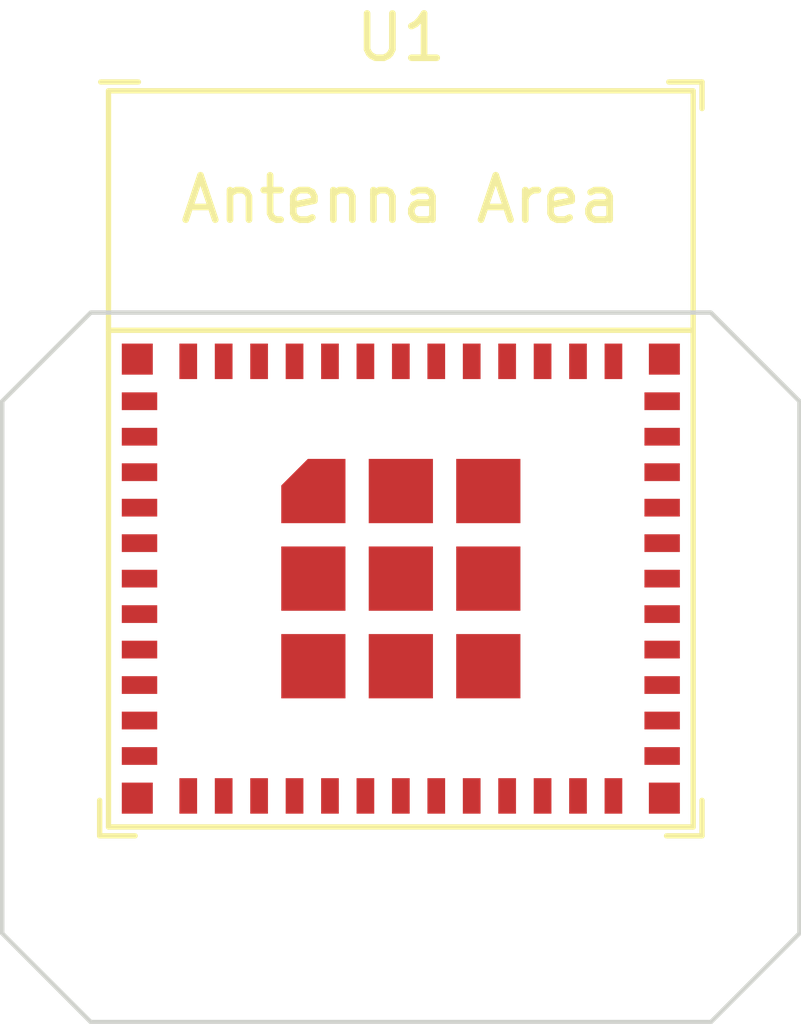
<source format=kicad_pcb>
(kicad_pcb (version 20211014) (generator pcbnew)
  (title_block (title "NB3_bug Layout") (date "2022-10-27") (rev "0.0") (company "Voight-Kampff") (comment 1 "Reflex bug with wireless control"))
  (layers (0 "F.Cu" signal) (31 "B.Cu" signal) (34 "B.Paste" user) (35 "F.Paste" user) (36 "B.SilkS" user "B.Silkscreen") (37 "F.SilkS" user "F.Silkscreen") (38 "B.Mask" user) (39 "F.Mask" user) (44 "Edge.Cuts" user))
  (net 0 "")
  (footprint "NB3_bug:ESP32-C3-MINI-1" (layer "F.Cu") (at 140 100)
    (fp_text reference "U1" (at 0 -12.2) (layer "F.SilkS"))
    (fp_text value "ESP32-C3-MINI-1")
    (fp_text user "Antenna Area" (at 0 -8.55) (layer "F.SilkS"))
    (fp_line (start 6.6 -11) (end 6.6 5.6) (layer "F.SilkS") (width 0.12))
    (fp_line (start 6.8 -11.2) (end 6.8 -10.6) (layer "F.SilkS") (width 0.12))
    (fp_line (start -6.8 5.8) (end -6 5.8) (layer "F.SilkS") (width 0.12))
    (fp_line (start -6.6 -5.6) (end 6.6 -5.6) (layer "F.SilkS") (width 0.12))
    (fp_line (start -6.6 -11) (end 6.6 -11) (layer "F.SilkS") (width 0.12))
    (fp_line (start 6.6 5.6) (end -6.6 5.6) (layer "F.SilkS") (width 0.12))
    (fp_line (start -6.8 5) (end -6.8 5.8) (layer "F.SilkS") (width 0.12))
    (fp_line (start -6.6 5.6) (end -6.6 -11) (layer "F.SilkS") (width 0.12))
    (fp_line (start 6.05 -11.2) (end 6.8 -11.2) (layer "F.SilkS") (width 0.12))
    (fp_line (start -5.925 -11.2) (end -6.775 -11.2) (layer "F.SilkS") (width 0.12))
    (fp_line (start 6.8 5) (end 6.8 5.8) (layer "F.SilkS") (width 0.12))
    (fp_line (start 6.8 5.8) (end 6 5.8) (layer "F.SilkS") (width 0.12))
    (pad "1" smd rect (at -5.9 -4 90) (size 0.4 0.8) (layers "F.Cu" "F.Paste" "F.Mask"))
    (pad "2" smd rect (at -5.9 -3.2 90) (size 0.4 0.8) (layers "F.Cu" "F.Paste" "F.Mask"))
    (pad "3" smd rect (at -5.9 -2.4 90) (size 0.4 0.8) (layers "F.Cu" "F.Paste" "F.Mask"))
    (pad "4" smd rect (at -5.9 -1.6 90) (size 0.4 0.8) (layers "F.Cu" "F.Paste" "F.Mask"))
    (pad "5" smd rect (at -5.9 -0.8 90) (size 0.4 0.8) (layers "F.Cu" "F.Paste" "F.Mask"))
    (pad "6" smd rect (at -5.9 0 90) (size 0.4 0.8) (layers "F.Cu" "F.Paste" "F.Mask"))
    (pad "7" smd rect (at -5.9 0.8 90) (size 0.4 0.8) (layers "F.Cu" "F.Paste" "F.Mask"))
    (pad "8" smd rect (at -5.9 1.6 90) (size 0.4 0.8) (layers "F.Cu" "F.Paste" "F.Mask"))
    (pad "9" smd rect (at -5.9 2.4 90) (size 0.4 0.8) (layers "F.Cu" "F.Paste" "F.Mask"))
    (pad "10" smd rect (at -5.9 3.2 90) (size 0.4 0.8) (layers "F.Cu" "F.Paste" "F.Mask"))
    (pad "11" smd rect (at -5.9 4 90) (size 0.4 0.8) (layers "F.Cu" "F.Paste" "F.Mask"))
    (pad "12" smd rect (at -4.8 4.9) (size 0.4 0.8) (layers "F.Cu" "F.Paste" "F.Mask"))
    (pad "13" smd rect (at -4 4.9) (size 0.4 0.8) (layers "F.Cu" "F.Paste" "F.Mask"))
    (pad "14" smd rect (at -3.2 4.9) (size 0.4 0.8) (layers "F.Cu" "F.Paste" "F.Mask"))
    (pad "15" smd rect (at -2.4 4.9) (size 0.4 0.8) (layers "F.Cu" "F.Paste" "F.Mask"))
    (pad "16" smd rect (at -1.6 4.9) (size 0.4 0.8) (layers "F.Cu" "F.Paste" "F.Mask"))
    (pad "17" smd rect (at -0.8 4.9) (size 0.4 0.8) (layers "F.Cu" "F.Paste" "F.Mask"))
    (pad "18" smd rect (at 0 4.9) (size 0.4 0.8) (layers "F.Cu" "F.Paste" "F.Mask"))
    (pad "19" smd rect (at 0.8 4.9) (size 0.4 0.8) (layers "F.Cu" "F.Paste" "F.Mask"))
    (pad "20" smd rect (at 1.6 4.9) (size 0.4 0.8) (layers "F.Cu" "F.Paste" "F.Mask"))
    (pad "21" smd rect (at 2.4 4.9) (size 0.4 0.8) (layers "F.Cu" "F.Paste" "F.Mask"))
    (pad "22" smd rect (at 3.2 4.9) (size 0.4 0.8) (layers "F.Cu" "F.Paste" "F.Mask"))
    (pad "23" smd rect (at 4 4.9) (size 0.4 0.8) (layers "F.Cu" "F.Paste" "F.Mask"))
    (pad "24" smd rect (at 4.8 4.9) (size 0.4 0.8) (layers "F.Cu" "F.Paste" "F.Mask"))
    (pad "25" smd rect (at 5.9 4 90) (size 0.4 0.8) (layers "F.Cu" "F.Paste" "F.Mask"))
    (pad "26" smd rect (at 5.9 3.2 90) (size 0.4 0.8) (layers "F.Cu" "F.Paste" "F.Mask"))
    (pad "27" smd rect (at 5.9 2.4 90) (size 0.4 0.8) (layers "F.Cu" "F.Paste" "F.Mask"))
    (pad "28" smd rect (at 5.9 1.6 90) (size 0.4 0.8) (layers "F.Cu" "F.Paste" "F.Mask"))
    (pad "29" smd rect (at 5.9 0.8 90) (size 0.4 0.8) (layers "F.Cu" "F.Paste" "F.Mask"))
    (pad "30" smd rect (at 5.9 0 90) (size 0.4 0.8) (layers "F.Cu" "F.Paste" "F.Mask"))
    (pad "31" smd rect (at 5.9 -0.8 90) (size 0.4 0.8) (layers "F.Cu" "F.Paste" "F.Mask"))
    (pad "32" smd rect (at 5.9 -1.6 90) (size 0.4 0.8) (layers "F.Cu" "F.Paste" "F.Mask"))
    (pad "33" smd rect (at 5.9 -2.4 90) (size 0.4 0.8) (layers "F.Cu" "F.Paste" "F.Mask"))
    (pad "34" smd rect (at 5.9 -3.2 90) (size 0.4 0.8) (layers "F.Cu" "F.Paste" "F.Mask"))
    (pad "35" smd rect (at 5.9 -4 90) (size 0.4 0.8) (layers "F.Cu" "F.Paste" "F.Mask"))
    (pad "36" smd rect (at -4 -4.9) (size 0.4 0.8) (layers "F.Cu" "F.Paste" "F.Mask"))
    (pad "36" smd rect (at -5.95 4.95 90) (size 0.7 0.7) (layers "F.Cu" "F.Paste" "F.Mask"))
    (pad "36" smd rect (at 0 1.975 90) (size 1.45 1.45) (layers "F.Cu" "F.Paste" "F.Mask"))
    (pad "36" smd rect (at 0.8 -4.9) (size 0.4 0.8) (layers "F.Cu" "F.Paste" "F.Mask"))
    (pad "36" smd rect (at 0 0 90) (size 1.45 1.45) (layers "F.Cu" "F.Paste" "F.Mask"))
    (pad "36" smd rect (at -3.2 -4.9) (size 0.4 0.8) (layers "F.Cu" "F.Paste" "F.Mask"))
    (pad "36" smd rect (at -5.95 -4.95 90) (size 0.7 0.7) (layers "F.Cu" "F.Paste" "F.Mask"))
    (pad "36" smd rect (at -2.4 -4.9) (size 0.4 0.8) (layers "F.Cu" "F.Paste" "F.Mask"))
    (pad "36" smd rect (at 5.95 4.95 90) (size 0.7 0.7) (layers "F.Cu" "F.Paste" "F.Mask"))
    (pad "36" smd rect (at 0 -1.975 90) (size 1.45 1.45) (layers "F.Cu" "F.Paste" "F.Mask"))
    (pad "36" smd rect (at -0.8 -4.9) (size 0.4 0.8) (layers "F.Cu" "F.Paste" "F.Mask"))
    (pad "36" smd custom (at -1.975 -1.975) (size 0.8 0.8) (layers "F.Cu" "F.Paste" "F.Mask") (options (clearance outline) (anchor rect)) (primitives (gr_poly (pts (xy 0.725 0.725) (xy -0.725 0.725) (xy -0.725 -0.125) (xy -0.125 -0.725) (xy 0.725 -0.725)) (width 0) (fill yes))))
    (pad "36" smd rect (at -4.8 -4.9) (size 0.4 0.8) (layers "F.Cu" "F.Paste" "F.Mask"))
    (pad "36" smd rect (at -1.975 1.975 90) (size 1.45 1.45) (layers "F.Cu" "F.Paste" "F.Mask"))
    (pad "36" smd rect (at 0 -4.9) (size 0.4 0.8) (layers "F.Cu" "F.Paste" "F.Mask"))
    (pad "36" smd rect (at 4 -4.9) (size 0.4 0.8) (layers "F.Cu" "F.Paste" "F.Mask"))
    (pad "36" smd rect (at 1.975 -1.975 90) (size 1.45 1.45) (layers "F.Cu" "F.Paste" "F.Mask"))
    (pad "36" smd rect (at 5.95 -4.95 90) (size 0.7 0.7) (layers "F.Cu" "F.Paste" "F.Mask"))
    (pad "36" smd rect (at -1.6 -4.9) (size 0.4 0.8) (layers "F.Cu" "F.Paste" "F.Mask"))
    (pad "36" smd rect (at 2.4 -4.9) (size 0.4 0.8) (layers "F.Cu" "F.Paste" "F.Mask"))
    (pad "36" smd rect (at 1.975 0 90) (size 1.45 1.45) (layers "F.Cu" "F.Paste" "F.Mask"))
    (pad "36" smd rect (at 1.975 1.975 90) (size 1.45 1.45) (layers "F.Cu" "F.Paste" "F.Mask"))
    (pad "36" smd rect (at 3.2 -4.9) (size 0.4 0.8) (layers "F.Cu" "F.Paste" "F.Mask"))
    (pad "36" smd rect (at 1.6 -4.9) (size 0.4 0.8) (layers "F.Cu" "F.Paste" "F.Mask"))
    (pad "36" smd rect (at -1.975 0 90) (size 1.45 1.45) (layers "F.Cu" "F.Paste" "F.Mask"))
    (pad "36" smd rect (at 4.8 -4.9) (size 0.4 0.8) (layers "F.Cu" "F.Paste" "F.Mask"))
  )
  (gr_poly (pts (xy 149 96) (xy 149 108) (xy 147 110) (xy 133 110) (xy 131 108) (xy 131 96) (xy 133 94) (xy 147 94)) (layer "Edge.Cuts") (width 0.1) (fill none))
)
</source>
